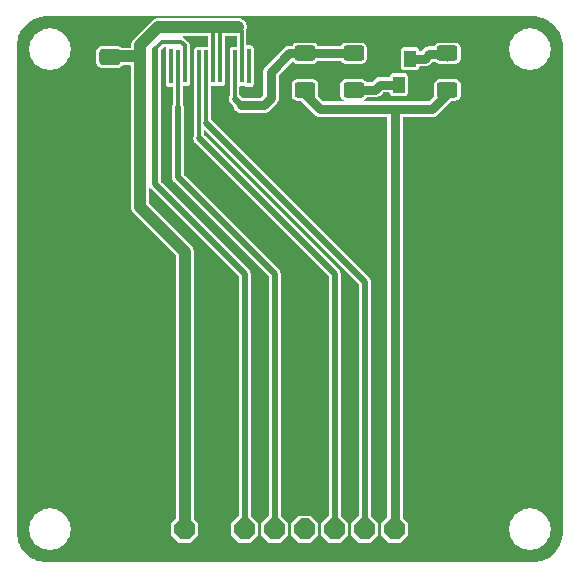
<source format=gbr>
%TF.GenerationSoftware,KiCad,Pcbnew,9.0.5*%
%TF.CreationDate,2025-10-17T16:28:27+07:00*%
%TF.ProjectId,Nokia 1202 breakout,4e6f6b69-6120-4313-9230-322062726561,rev?*%
%TF.SameCoordinates,Original*%
%TF.FileFunction,Copper,L1,Top*%
%TF.FilePolarity,Positive*%
%FSLAX46Y46*%
G04 Gerber Fmt 4.6, Leading zero omitted, Abs format (unit mm)*
G04 Created by KiCad (PCBNEW 9.0.5) date 2025-10-17 16:28:27*
%MOMM*%
%LPD*%
G01*
G04 APERTURE LIST*
G04 Aperture macros list*
%AMRoundRect*
0 Rectangle with rounded corners*
0 $1 Rounding radius*
0 $2 $3 $4 $5 $6 $7 $8 $9 X,Y pos of 4 corners*
0 Add a 4 corners polygon primitive as box body*
4,1,4,$2,$3,$4,$5,$6,$7,$8,$9,$2,$3,0*
0 Add four circle primitives for the rounded corners*
1,1,$1+$1,$2,$3*
1,1,$1+$1,$4,$5*
1,1,$1+$1,$6,$7*
1,1,$1+$1,$8,$9*
0 Add four rect primitives between the rounded corners*
20,1,$1+$1,$2,$3,$4,$5,0*
20,1,$1+$1,$4,$5,$6,$7,0*
20,1,$1+$1,$6,$7,$8,$9,0*
20,1,$1+$1,$8,$9,$2,$3,0*%
%AMOutline5P*
0 Free polygon, 5 corners , with rotation*
0 The origin of the aperture is its center*
0 number of corners: always 5*
0 $1 to $10 corner X, Y*
0 $11 Rotation angle, in degrees counterclockwise*
0 create outline with 5 corners*
4,1,5,$1,$2,$3,$4,$5,$6,$7,$8,$9,$10,$1,$2,$11*%
%AMOutline6P*
0 Free polygon, 6 corners , with rotation*
0 The origin of the aperture is its center*
0 number of corners: always 6*
0 $1 to $12 corner X, Y*
0 $13 Rotation angle, in degrees counterclockwise*
0 create outline with 6 corners*
4,1,6,$1,$2,$3,$4,$5,$6,$7,$8,$9,$10,$11,$12,$1,$2,$13*%
%AMOutline7P*
0 Free polygon, 7 corners , with rotation*
0 The origin of the aperture is its center*
0 number of corners: always 7*
0 $1 to $14 corner X, Y*
0 $15 Rotation angle, in degrees counterclockwise*
0 create outline with 7 corners*
4,1,7,$1,$2,$3,$4,$5,$6,$7,$8,$9,$10,$11,$12,$13,$14,$1,$2,$15*%
%AMOutline8P*
0 Free polygon, 8 corners , with rotation*
0 The origin of the aperture is its center*
0 number of corners: always 8*
0 $1 to $16 corner X, Y*
0 $17 Rotation angle, in degrees counterclockwise*
0 create outline with 8 corners*
4,1,8,$1,$2,$3,$4,$5,$6,$7,$8,$9,$10,$11,$12,$13,$14,$15,$16,$1,$2,$17*%
G04 Aperture macros list end*
%TA.AperFunction,SMDPad,CuDef*%
%ADD10RoundRect,0.250000X-0.650000X0.412500X-0.650000X-0.412500X0.650000X-0.412500X0.650000X0.412500X0*%
%TD*%
%TA.AperFunction,SMDPad,CuDef*%
%ADD11RoundRect,0.250000X-0.625000X0.400000X-0.625000X-0.400000X0.625000X-0.400000X0.625000X0.400000X0*%
%TD*%
%TA.AperFunction,ComponentPad*%
%ADD12Outline8P,-0.889000X0.368236X-0.368236X0.889000X0.368236X0.889000X0.889000X0.368236X0.889000X-0.368236X0.368236X-0.889000X-0.368236X-0.889000X-0.889000X-0.368236X90.000000*%
%TD*%
%TA.AperFunction,SMDPad,CuDef*%
%ADD13R,0.320000X3.000000*%
%TD*%
%TA.AperFunction,SMDPad,CuDef*%
%ADD14R,0.320000X2.800000*%
%TD*%
%TA.AperFunction,SMDPad,CuDef*%
%ADD15R,1.000000X1.400000*%
%TD*%
%TA.AperFunction,ViaPad*%
%ADD16C,0.904800*%
%TD*%
%TA.AperFunction,Conductor*%
%ADD17C,0.500000*%
%TD*%
%TA.AperFunction,Conductor*%
%ADD18C,1.000000*%
%TD*%
%TA.AperFunction,Conductor*%
%ADD19C,0.300000*%
%TD*%
%TA.AperFunction,Conductor*%
%ADD20C,0.800000*%
%TD*%
%TA.AperFunction,Conductor*%
%ADD21C,0.254000*%
%TD*%
G04 APERTURE END LIST*
D10*
%TO.P,C1,1*%
%TO.N,+3V3*%
X133271100Y-85337350D03*
%TO.P,C1,2*%
%TO.N,GND*%
X133271100Y-88462350D03*
%TD*%
D11*
%TO.P,R1,1*%
%TO.N,N$8*%
X149781100Y-85032350D03*
%TO.P,R1,2*%
%TO.N,BL*%
X149781100Y-88132350D03*
%TD*%
%TO.P,R2,1*%
%TO.N,N$8*%
X153908600Y-85032350D03*
%TO.P,R2,2*%
%TO.N,N$10*%
X153908600Y-88132350D03*
%TD*%
%TO.P,R3,1*%
%TO.N,N$9*%
X161846100Y-85032350D03*
%TO.P,R3,2*%
%TO.N,BL*%
X161846100Y-88132350D03*
%TD*%
D12*
%TO.P,JP1,1*%
%TO.N,+3V3*%
X139621100Y-125317350D03*
%TO.P,JP1,2*%
%TO.N,GND*%
X142161100Y-125317350D03*
%TO.P,JP1,3*%
%TO.N,N$1*%
X144701100Y-125317350D03*
%TO.P,JP1,4*%
%TO.N,N$2*%
X147241100Y-125317350D03*
%TO.P,JP1,5*%
%TO.N,N/C*%
X149781100Y-125317350D03*
%TO.P,JP1,6*%
%TO.N,MOSI*%
X152321100Y-125317350D03*
%TO.P,JP1,7*%
%TO.N,SCLK*%
X154861100Y-125317350D03*
%TO.P,JP1,8*%
%TO.N,BL*%
X157401100Y-125317350D03*
%TD*%
D13*
%TO.P,LCD0,0*%
%TO.N,N/C*%
X138421100Y-86128350D03*
D14*
%TO.P,LCD0,1*%
%TO.N,N$2*%
X139021100Y-86128350D03*
%TO.P,LCD0,2*%
%TO.N,N$1*%
X139621100Y-86128350D03*
%TO.P,LCD0,3*%
%TO.N,GND*%
X140221100Y-86128350D03*
%TO.P,LCD0,4*%
%TO.N,MOSI*%
X140821100Y-86128350D03*
%TO.P,LCD0,5*%
%TO.N,SCLK*%
X141421100Y-86128350D03*
%TO.P,LCD0,6*%
%TO.N,+3V3*%
X142021100Y-86128350D03*
%TO.P,LCD0,7*%
X142621100Y-86128350D03*
%TO.P,LCD0,8*%
%TO.N,GND*%
X143221100Y-86128350D03*
%TO.P,LCD0,9*%
%TO.N,N$8*%
X143821100Y-86128350D03*
%TO.P,LCD0,10*%
%TO.N,+3V3*%
X144421100Y-86128350D03*
D13*
%TO.P,LCD0,11*%
%TO.N,N/C*%
X145021100Y-86128350D03*
%TD*%
D15*
%TO.P,Q1,1*%
%TO.N,N$9*%
X158668600Y-85482350D03*
%TO.P,Q1,2*%
%TO.N,GND*%
X156768600Y-85482350D03*
%TO.P,Q1,3*%
%TO.N,N$10*%
X157718600Y-87682350D03*
%TD*%
D16*
%TO.N,GND*%
X164703600Y-84359850D03*
X169148600Y-88804850D03*
X169148600Y-121189850D03*
X140573600Y-94519850D03*
X127873600Y-88804850D03*
X143748600Y-90709850D03*
X127873600Y-121189850D03*
X132318600Y-125634850D03*
X164703600Y-125634850D03*
%TD*%
D17*
%TO.N,N$8*%
X143821100Y-88877350D02*
X144383600Y-89439850D01*
D18*
%TO.N,+3V3*%
X135811100Y-84359850D02*
X135811100Y-85883850D01*
X144100000Y-82800000D02*
X137370950Y-82800000D01*
D19*
X144100000Y-82800000D02*
X144421100Y-83121100D01*
D18*
X137370950Y-82800000D02*
X135811100Y-84359850D01*
D19*
X144421100Y-83121100D02*
X144421100Y-86128350D01*
X142621100Y-82821100D02*
X142600000Y-82800000D01*
X142621100Y-86128350D02*
X142621100Y-82821100D01*
X142021100Y-86128350D02*
X142021100Y-82800000D01*
D17*
%TO.N,SCLK*%
X141421100Y-90922350D02*
X154861100Y-104362350D01*
D19*
X141421100Y-90922350D02*
X141421100Y-86128350D01*
D17*
X154861100Y-104362350D02*
X154861100Y-125317350D01*
%TO.N,MOSI*%
X140821100Y-92227350D02*
X152321100Y-103727350D01*
X152321100Y-103727350D02*
X152321100Y-125317350D01*
D19*
X140821100Y-92227350D02*
X140821100Y-86128350D01*
%TO.N,N$2*%
X139021100Y-86128350D02*
X139021100Y-89600000D01*
D17*
X139021100Y-89600000D02*
X139021100Y-95507350D01*
X139021100Y-95507350D02*
X147241100Y-103727350D01*
X147241100Y-103727350D02*
X147241100Y-125317350D01*
D19*
%TO.N,N$1*%
X137081100Y-84677350D02*
X137716100Y-84042350D01*
D17*
%TO.N,+3V3*%
X133308450Y-85300000D02*
X133271100Y-85337350D01*
D18*
X135811100Y-85300000D02*
X133308450Y-85300000D01*
X135811100Y-85883850D02*
X135811100Y-85300000D01*
D20*
%TO.N,N$9*%
X161778450Y-85100000D02*
X161846100Y-85032350D01*
X159917650Y-85482350D02*
X160300000Y-85100000D01*
X160300000Y-85100000D02*
X161778450Y-85100000D01*
X158668600Y-85482350D02*
X159917650Y-85482350D01*
%TO.N,N$10*%
X155700000Y-88100000D02*
X156117650Y-87682350D01*
X156117650Y-87682350D02*
X157718600Y-87682350D01*
X153908600Y-88132350D02*
X153940950Y-88100000D01*
X153940950Y-88100000D02*
X155700000Y-88100000D01*
%TO.N,N$8*%
X146923600Y-88804850D02*
X146288600Y-89439850D01*
X146923600Y-86582350D02*
X146923600Y-88804850D01*
X148473600Y-85032350D02*
X146923600Y-86582350D01*
X146288600Y-89439850D02*
X144383600Y-89439850D01*
X153908600Y-85032350D02*
X148473600Y-85032350D01*
D21*
%TO.N,N$9*%
X161846100Y-85032350D02*
X161846100Y-85566350D01*
%TO.N,N$10*%
X153908600Y-87598350D02*
X153908600Y-88132350D01*
D18*
%TO.N,+3V3*%
X139621100Y-125317350D02*
X139621100Y-101822350D01*
X135811100Y-98012350D02*
X135811100Y-85883850D01*
X139621100Y-101822350D02*
X135811100Y-98012350D01*
D20*
%TO.N,BL*%
X160576100Y-89757350D02*
X158988600Y-89757350D01*
D21*
X149781100Y-88487350D02*
X149781100Y-87598350D01*
D20*
X157401100Y-89757350D02*
X158988600Y-89757350D01*
D21*
X161846100Y-87598350D02*
X161846100Y-88487350D01*
D20*
X157401100Y-125317350D02*
X157401100Y-89757350D01*
X151051100Y-89757350D02*
X149781100Y-88487350D01*
X161846100Y-88487350D02*
X160576100Y-89757350D01*
X157401100Y-89757350D02*
X151051100Y-89757350D01*
D19*
%TO.N,N$8*%
X143821100Y-88877350D02*
X143821100Y-86128350D01*
%TO.N,N$1*%
X137716100Y-84042350D02*
X139303600Y-84042350D01*
D17*
X144701100Y-103727350D02*
X144701100Y-125317350D01*
D19*
X139621100Y-84359850D02*
X139621100Y-86128350D01*
X139303600Y-84042350D02*
X139621100Y-84359850D01*
D17*
X137081100Y-84677350D02*
X137081100Y-96107350D01*
X137081100Y-96107350D02*
X144701100Y-103727350D01*
%TD*%
%TA.AperFunction,Conductor*%
%TO.N,GND*%
G36*
X169035345Y-81882948D02*
G01*
X169319475Y-81898904D01*
X169326432Y-81899688D01*
X169605263Y-81947063D01*
X169612076Y-81948618D01*
X169883848Y-82026913D01*
X169890432Y-82029216D01*
X170151749Y-82137456D01*
X170158049Y-82140490D01*
X170290950Y-82213941D01*
X170405575Y-82277291D01*
X170411509Y-82281020D01*
X170642164Y-82444675D01*
X170647640Y-82449042D01*
X170794095Y-82579920D01*
X170858518Y-82637491D01*
X170863474Y-82642447D01*
X171051923Y-82853318D01*
X171056293Y-82858797D01*
X171219954Y-83089449D01*
X171223683Y-83095384D01*
X171360485Y-83342900D01*
X171363526Y-83349214D01*
X171471758Y-83610499D01*
X171474073Y-83617115D01*
X171552368Y-83888867D01*
X171553928Y-83895700D01*
X171601305Y-84174515D01*
X171602090Y-84181479D01*
X171618002Y-84464715D01*
X171618100Y-84468221D01*
X171618100Y-125538087D01*
X171618002Y-125541593D01*
X171602040Y-125825714D01*
X171601255Y-125832678D01*
X171553879Y-126111488D01*
X171552319Y-126118321D01*
X171474026Y-126390068D01*
X171471711Y-126396684D01*
X171363481Y-126657963D01*
X171360440Y-126664277D01*
X171223641Y-126911789D01*
X171219912Y-126917724D01*
X171056254Y-127148371D01*
X171051884Y-127153850D01*
X170863439Y-127364717D01*
X170858483Y-127369673D01*
X170647613Y-127558115D01*
X170642133Y-127562485D01*
X170411482Y-127726137D01*
X170405548Y-127729866D01*
X170158031Y-127866662D01*
X170151717Y-127869703D01*
X169890434Y-127977929D01*
X169883818Y-127980243D01*
X169612075Y-128058530D01*
X169605242Y-128060090D01*
X169326431Y-128107461D01*
X169319467Y-128108246D01*
X169185420Y-128115774D01*
X169034441Y-128124252D01*
X169030963Y-128124350D01*
X127970359Y-128124350D01*
X127966855Y-128124252D01*
X127943902Y-128122962D01*
X127682727Y-128108295D01*
X127675763Y-128107510D01*
X127396946Y-128060138D01*
X127390113Y-128058578D01*
X127118364Y-127980290D01*
X127111757Y-127977979D01*
X126850457Y-127869747D01*
X126844146Y-127866707D01*
X126596624Y-127729908D01*
X126590690Y-127726179D01*
X126360035Y-127562524D01*
X126354555Y-127558154D01*
X126354511Y-127558115D01*
X126143678Y-127369705D01*
X126138725Y-127364752D01*
X125950276Y-127153881D01*
X125945906Y-127148402D01*
X125782245Y-126917750D01*
X125778516Y-126911815D01*
X125766842Y-126890694D01*
X125641710Y-126664292D01*
X125638673Y-126657985D01*
X125629677Y-126636267D01*
X125530435Y-126396684D01*
X125528129Y-126390094D01*
X125449828Y-126118321D01*
X125448271Y-126111499D01*
X125448269Y-126111488D01*
X125400893Y-125832678D01*
X125400109Y-125825719D01*
X125390776Y-125659588D01*
X125384198Y-125542483D01*
X125384100Y-125538978D01*
X125384100Y-125202611D01*
X126440600Y-125202611D01*
X126440600Y-125432088D01*
X126470552Y-125659590D01*
X126470552Y-125659592D01*
X126529940Y-125881231D01*
X126617753Y-126093232D01*
X126617759Y-126093244D01*
X126632244Y-126118332D01*
X126732489Y-126291962D01*
X126872181Y-126474011D01*
X127034439Y-126636269D01*
X127216488Y-126775961D01*
X127415212Y-126890694D01*
X127627213Y-126978508D01*
X127848862Y-127037898D01*
X128076366Y-127067850D01*
X128076372Y-127067850D01*
X128305828Y-127067850D01*
X128305834Y-127067850D01*
X128533338Y-127037898D01*
X128754987Y-126978508D01*
X128966988Y-126890694D01*
X129165712Y-126775961D01*
X129347761Y-126636269D01*
X129510019Y-126474011D01*
X129649711Y-126291962D01*
X129764444Y-126093238D01*
X129852258Y-125881237D01*
X129911648Y-125659588D01*
X129941600Y-125432084D01*
X129941600Y-125202616D01*
X129911648Y-124975112D01*
X129852258Y-124753463D01*
X129764444Y-124541462D01*
X129649711Y-124342738D01*
X129510019Y-124160689D01*
X129347761Y-123998431D01*
X129165712Y-123858739D01*
X129149416Y-123849330D01*
X128966994Y-123744009D01*
X128966982Y-123744003D01*
X128857863Y-123698804D01*
X128754987Y-123656192D01*
X128754983Y-123656191D01*
X128754981Y-123656190D01*
X128754982Y-123656190D01*
X128533341Y-123596802D01*
X128305838Y-123566850D01*
X128305834Y-123566850D01*
X128076366Y-123566850D01*
X128076361Y-123566850D01*
X127848859Y-123596802D01*
X127848857Y-123596802D01*
X127627218Y-123656190D01*
X127415217Y-123744003D01*
X127415205Y-123744009D01*
X127216494Y-123858735D01*
X127216491Y-123858737D01*
X127216488Y-123858739D01*
X127119923Y-123932836D01*
X127034437Y-123998432D01*
X126872182Y-124160687D01*
X126838413Y-124204696D01*
X126732489Y-124342738D01*
X126732487Y-124342741D01*
X126732485Y-124342744D01*
X126617759Y-124541455D01*
X126617753Y-124541467D01*
X126529940Y-124753468D01*
X126470552Y-124975107D01*
X126470552Y-124975109D01*
X126440600Y-125202611D01*
X125384100Y-125202611D01*
X125384100Y-84562611D01*
X126440600Y-84562611D01*
X126440600Y-84792088D01*
X126470552Y-85019590D01*
X126470552Y-85019592D01*
X126529940Y-85241231D01*
X126617753Y-85453232D01*
X126617756Y-85453238D01*
X126732489Y-85651962D01*
X126872181Y-85834011D01*
X127034439Y-85996269D01*
X127216488Y-86135961D01*
X127415212Y-86250694D01*
X127627213Y-86338508D01*
X127848862Y-86397898D01*
X128076366Y-86427850D01*
X128076372Y-86427850D01*
X128305828Y-86427850D01*
X128305834Y-86427850D01*
X128533338Y-86397898D01*
X128754987Y-86338508D01*
X128966988Y-86250694D01*
X129165712Y-86135961D01*
X129347761Y-85996269D01*
X129510019Y-85834011D01*
X129649711Y-85651962D01*
X129764444Y-85453238D01*
X129852258Y-85241237D01*
X129911648Y-85019588D01*
X129930475Y-84876587D01*
X132116600Y-84876587D01*
X132116600Y-85798096D01*
X132116601Y-85798113D01*
X132123060Y-85858193D01*
X132173756Y-85994113D01*
X132173757Y-85994115D01*
X132173758Y-85994117D01*
X132260696Y-86110254D01*
X132376833Y-86197192D01*
X132512758Y-86247890D01*
X132572845Y-86254350D01*
X133969354Y-86254349D01*
X134029442Y-86247890D01*
X134165367Y-86197192D01*
X134281504Y-86110254D01*
X134304491Y-86079545D01*
X134345629Y-86055136D01*
X134354525Y-86054500D01*
X134994100Y-86054500D01*
X135038294Y-86072806D01*
X135056600Y-86117000D01*
X135056600Y-97935443D01*
X135056599Y-97935469D01*
X135056599Y-98086661D01*
X135056598Y-98086661D01*
X135085594Y-98232426D01*
X135142469Y-98369737D01*
X135142470Y-98369740D01*
X135225040Y-98493315D01*
X135225042Y-98493317D01*
X138848294Y-102116568D01*
X138866600Y-102160762D01*
X138866600Y-124428808D01*
X138848294Y-124473002D01*
X138477600Y-124843696D01*
X138477600Y-124843697D01*
X138477600Y-125791004D01*
X139147447Y-126460850D01*
X140094754Y-126460850D01*
X140764600Y-125791003D01*
X140764600Y-124843696D01*
X140393906Y-124473002D01*
X140375600Y-124428808D01*
X140375600Y-101899759D01*
X140375601Y-101899738D01*
X140375601Y-101748038D01*
X140346605Y-101602271D01*
X140289730Y-101464961D01*
X140262330Y-101423955D01*
X140207159Y-101341384D01*
X140102066Y-101236291D01*
X140099888Y-101234113D01*
X140099877Y-101234103D01*
X136583906Y-97718131D01*
X136565600Y-97673937D01*
X136565600Y-96455540D01*
X136583906Y-96411346D01*
X136628100Y-96393040D01*
X136672294Y-96411346D01*
X136677074Y-96416796D01*
X144178294Y-103918014D01*
X144196600Y-103962208D01*
X144196600Y-124178808D01*
X144178294Y-124223002D01*
X143557600Y-124843696D01*
X143557600Y-124843697D01*
X143557600Y-125791004D01*
X144227447Y-126460850D01*
X145174754Y-126460850D01*
X145844600Y-125791003D01*
X145844600Y-124843696D01*
X145223906Y-124223002D01*
X145205600Y-124178808D01*
X145205600Y-103660932D01*
X145205598Y-103660924D01*
X145171219Y-103532620D01*
X145171216Y-103532614D01*
X145104802Y-103417583D01*
X145104795Y-103417574D01*
X145010870Y-103323650D01*
X137603906Y-95916685D01*
X137585600Y-95872491D01*
X137585600Y-84770787D01*
X137603906Y-84726593D01*
X137865344Y-84465156D01*
X137909538Y-84446850D01*
X137961876Y-84446850D01*
X138006070Y-84465156D01*
X138024376Y-84509350D01*
X138021693Y-84522837D01*
X138022567Y-84523011D01*
X138006600Y-84603282D01*
X138006600Y-87653414D01*
X138006601Y-87653418D01*
X138021365Y-87727649D01*
X138021367Y-87727653D01*
X138077615Y-87811834D01*
X138161797Y-87868083D01*
X138161799Y-87868084D01*
X138236033Y-87882850D01*
X138554100Y-87882849D01*
X138598294Y-87901155D01*
X138616600Y-87945349D01*
X138616600Y-89274867D01*
X138608227Y-89306117D01*
X138550980Y-89405270D01*
X138550979Y-89405274D01*
X138516601Y-89533574D01*
X138516600Y-89533582D01*
X138516600Y-95573767D01*
X138516601Y-95573775D01*
X138550978Y-95702073D01*
X138550983Y-95702086D01*
X138551888Y-95703652D01*
X138551889Y-95703653D01*
X138617400Y-95817121D01*
X146718294Y-103918014D01*
X146736600Y-103962208D01*
X146736600Y-124178808D01*
X146718294Y-124223002D01*
X146097600Y-124843696D01*
X146097600Y-124843697D01*
X146097600Y-125791004D01*
X146767447Y-126460850D01*
X147714754Y-126460850D01*
X148384600Y-125791003D01*
X148384600Y-124843696D01*
X148637600Y-124843696D01*
X148637600Y-124843697D01*
X148637600Y-125791004D01*
X149307447Y-126460850D01*
X150254754Y-126460850D01*
X150924600Y-125791003D01*
X150924600Y-124843696D01*
X150254753Y-124173850D01*
X149307446Y-124173850D01*
X148637600Y-124843696D01*
X148384600Y-124843696D01*
X147763906Y-124223002D01*
X147745600Y-124178808D01*
X147745600Y-103660932D01*
X147745598Y-103660924D01*
X147711219Y-103532620D01*
X147711216Y-103532614D01*
X147644802Y-103417583D01*
X147644795Y-103417574D01*
X147550870Y-103323650D01*
X139543906Y-95316685D01*
X139525600Y-95272491D01*
X139525600Y-89533582D01*
X139525598Y-89533574D01*
X139491220Y-89405274D01*
X139491219Y-89405270D01*
X139433973Y-89306117D01*
X139425600Y-89274867D01*
X139425600Y-87845349D01*
X139443906Y-87801155D01*
X139488097Y-87782849D01*
X139806166Y-87782849D01*
X139880401Y-87768084D01*
X139964584Y-87711834D01*
X140020834Y-87627651D01*
X140035600Y-87553417D01*
X140035599Y-84703284D01*
X140026801Y-84659049D01*
X140025600Y-84646857D01*
X140025600Y-84306598D01*
X140025598Y-84306590D01*
X139998035Y-84203722D01*
X139998031Y-84203713D01*
X139944782Y-84111484D01*
X139944781Y-84111483D01*
X139944780Y-84111481D01*
X139869469Y-84036170D01*
X139712183Y-83878884D01*
X139551974Y-83718674D01*
X139551965Y-83718667D01*
X139469622Y-83671126D01*
X139440502Y-83633176D01*
X139446746Y-83585750D01*
X139484696Y-83556630D01*
X139500872Y-83554500D01*
X141554100Y-83554500D01*
X141598294Y-83572806D01*
X141616600Y-83617000D01*
X141616600Y-84411350D01*
X141598294Y-84455544D01*
X141554100Y-84473850D01*
X141236035Y-84473850D01*
X141236031Y-84473851D01*
X141161801Y-84488615D01*
X141161799Y-84488616D01*
X141155822Y-84492610D01*
X141108905Y-84501941D01*
X141086376Y-84492608D01*
X141080404Y-84488618D01*
X141080399Y-84488615D01*
X141006167Y-84473850D01*
X140636035Y-84473850D01*
X140636031Y-84473851D01*
X140561800Y-84488615D01*
X140561796Y-84488617D01*
X140477615Y-84544865D01*
X140421366Y-84629047D01*
X140421365Y-84629049D01*
X140406600Y-84703282D01*
X140406600Y-87553414D01*
X140406601Y-87553416D01*
X140415399Y-87597648D01*
X140416600Y-87609841D01*
X140416600Y-91902216D01*
X140408227Y-91933465D01*
X140350982Y-92032618D01*
X140350979Y-92032624D01*
X140316602Y-92160924D01*
X140316601Y-92160932D01*
X140316601Y-92293767D01*
X140316602Y-92293775D01*
X140350979Y-92422075D01*
X140350980Y-92422077D01*
X140350981Y-92422079D01*
X140417399Y-92537120D01*
X151798294Y-103918015D01*
X151816600Y-103962209D01*
X151816600Y-124178808D01*
X151798294Y-124223002D01*
X151177600Y-124843696D01*
X151177600Y-124843697D01*
X151177600Y-125791004D01*
X151847447Y-126460850D01*
X152794754Y-126460850D01*
X153464600Y-125791003D01*
X153464600Y-124843696D01*
X152843906Y-124223002D01*
X152825600Y-124178808D01*
X152825600Y-103660932D01*
X152825598Y-103660924D01*
X152791220Y-103532624D01*
X152791219Y-103532620D01*
X152766908Y-103490512D01*
X152724801Y-103417580D01*
X141243906Y-91936685D01*
X141225600Y-91892491D01*
X141225600Y-91591208D01*
X141243906Y-91547014D01*
X141288100Y-91528708D01*
X141332294Y-91547014D01*
X154338294Y-104553014D01*
X154356600Y-104597208D01*
X154356600Y-124178808D01*
X154338294Y-124223002D01*
X153717600Y-124843696D01*
X153717600Y-124843697D01*
X153717600Y-125791004D01*
X154387447Y-126460850D01*
X155334754Y-126460850D01*
X156004600Y-125791003D01*
X156004600Y-124843696D01*
X155383906Y-124223002D01*
X155365600Y-124178808D01*
X155365600Y-104295932D01*
X155365598Y-104295924D01*
X155331219Y-104167620D01*
X155331216Y-104167614D01*
X155264802Y-104052583D01*
X155264795Y-104052574D01*
X155170870Y-103958650D01*
X141843906Y-90631685D01*
X141825600Y-90587491D01*
X141825600Y-87845349D01*
X141843906Y-87801155D01*
X141888097Y-87782849D01*
X142206166Y-87782849D01*
X142280401Y-87768084D01*
X142286374Y-87764092D01*
X142333288Y-87754757D01*
X142355824Y-87764092D01*
X142361799Y-87768084D01*
X142436033Y-87782850D01*
X142806166Y-87782849D01*
X142880401Y-87768084D01*
X142964584Y-87711834D01*
X143020834Y-87627651D01*
X143035600Y-87553417D01*
X143035599Y-84703284D01*
X143026801Y-84659049D01*
X143025600Y-84646857D01*
X143025600Y-83617000D01*
X143043906Y-83572806D01*
X143088100Y-83554500D01*
X143954100Y-83554500D01*
X143998294Y-83572806D01*
X144016600Y-83617000D01*
X144016600Y-84411350D01*
X143998294Y-84455544D01*
X143954100Y-84473850D01*
X143636035Y-84473850D01*
X143636031Y-84473851D01*
X143561800Y-84488615D01*
X143561796Y-84488617D01*
X143477615Y-84544865D01*
X143421366Y-84629047D01*
X143421365Y-84629049D01*
X143406600Y-84703282D01*
X143406600Y-87553414D01*
X143406601Y-87553416D01*
X143415399Y-87597648D01*
X143416600Y-87609841D01*
X143416600Y-88552216D01*
X143408227Y-88583465D01*
X143350982Y-88682618D01*
X143350979Y-88682624D01*
X143316602Y-88810924D01*
X143316601Y-88810932D01*
X143316601Y-88943767D01*
X143316602Y-88943775D01*
X143350979Y-89072075D01*
X143350980Y-89072077D01*
X143350981Y-89072079D01*
X143375688Y-89114873D01*
X143417399Y-89187120D01*
X143714329Y-89484050D01*
X143731434Y-89516051D01*
X143754251Y-89630759D01*
X143803589Y-89749873D01*
X143875216Y-89857069D01*
X143966380Y-89948233D01*
X144073576Y-90019860D01*
X144073577Y-90019860D01*
X144073578Y-90019861D01*
X144192689Y-90069198D01*
X144319137Y-90094350D01*
X146353063Y-90094350D01*
X146479511Y-90069198D01*
X146479512Y-90069197D01*
X146479514Y-90069197D01*
X146502770Y-90059563D01*
X146598622Y-90019861D01*
X146621611Y-90004500D01*
X146705819Y-89948234D01*
X147431984Y-89222069D01*
X147503611Y-89114872D01*
X147552949Y-88995761D01*
X147578100Y-88869312D01*
X147578100Y-88740388D01*
X147578100Y-87684087D01*
X148651600Y-87684087D01*
X148651600Y-88580596D01*
X148651601Y-88580613D01*
X148658060Y-88640692D01*
X148708756Y-88776613D01*
X148708757Y-88776615D01*
X148708758Y-88776617D01*
X148795696Y-88892754D01*
X148911833Y-88979692D01*
X149047758Y-89030390D01*
X149107845Y-89036850D01*
X149379108Y-89036849D01*
X149423302Y-89055155D01*
X150540529Y-90172381D01*
X150540534Y-90172387D01*
X150633880Y-90265733D01*
X150741076Y-90337360D01*
X150741077Y-90337360D01*
X150741078Y-90337361D01*
X150860189Y-90386698D01*
X150986637Y-90411850D01*
X150986638Y-90411850D01*
X151115562Y-90411850D01*
X156684100Y-90411850D01*
X156728294Y-90430156D01*
X156746600Y-90474350D01*
X156746600Y-124328808D01*
X156728294Y-124373002D01*
X156257600Y-124843696D01*
X156257600Y-124843697D01*
X156257600Y-125791004D01*
X156927447Y-126460850D01*
X157874754Y-126460850D01*
X158544600Y-125791003D01*
X158544600Y-125202611D01*
X167080600Y-125202611D01*
X167080600Y-125432088D01*
X167110552Y-125659590D01*
X167110552Y-125659592D01*
X167169940Y-125881231D01*
X167257753Y-126093232D01*
X167257759Y-126093244D01*
X167272244Y-126118332D01*
X167372489Y-126291962D01*
X167512181Y-126474011D01*
X167674439Y-126636269D01*
X167856488Y-126775961D01*
X168055212Y-126890694D01*
X168267213Y-126978508D01*
X168488862Y-127037898D01*
X168716366Y-127067850D01*
X168716372Y-127067850D01*
X168945828Y-127067850D01*
X168945834Y-127067850D01*
X169173338Y-127037898D01*
X169394987Y-126978508D01*
X169606988Y-126890694D01*
X169805712Y-126775961D01*
X169987761Y-126636269D01*
X170150019Y-126474011D01*
X170289711Y-126291962D01*
X170404444Y-126093238D01*
X170492258Y-125881237D01*
X170551648Y-125659588D01*
X170581600Y-125432084D01*
X170581600Y-125202616D01*
X170551648Y-124975112D01*
X170492258Y-124753463D01*
X170404444Y-124541462D01*
X170289711Y-124342738D01*
X170150019Y-124160689D01*
X169987761Y-123998431D01*
X169805712Y-123858739D01*
X169789416Y-123849330D01*
X169606994Y-123744009D01*
X169606982Y-123744003D01*
X169497863Y-123698804D01*
X169394987Y-123656192D01*
X169394983Y-123656191D01*
X169394981Y-123656190D01*
X169394982Y-123656190D01*
X169173341Y-123596802D01*
X168945838Y-123566850D01*
X168945834Y-123566850D01*
X168716366Y-123566850D01*
X168716361Y-123566850D01*
X168488859Y-123596802D01*
X168488857Y-123596802D01*
X168267218Y-123656190D01*
X168055217Y-123744003D01*
X168055205Y-123744009D01*
X167856494Y-123858735D01*
X167856491Y-123858737D01*
X167856488Y-123858739D01*
X167759923Y-123932836D01*
X167674437Y-123998432D01*
X167512182Y-124160687D01*
X167478413Y-124204696D01*
X167372489Y-124342738D01*
X167372487Y-124342741D01*
X167372485Y-124342744D01*
X167257759Y-124541455D01*
X167257753Y-124541467D01*
X167169940Y-124753468D01*
X167110552Y-124975107D01*
X167110552Y-124975109D01*
X167080600Y-125202611D01*
X158544600Y-125202611D01*
X158544600Y-124843696D01*
X158073906Y-124373002D01*
X158055600Y-124328808D01*
X158055600Y-90474350D01*
X158073906Y-90430156D01*
X158118100Y-90411850D01*
X160640563Y-90411850D01*
X160767011Y-90386698D01*
X160886122Y-90337361D01*
X160993320Y-90265733D01*
X161084483Y-90174570D01*
X161084483Y-90174569D01*
X162203896Y-89055154D01*
X162248090Y-89036849D01*
X162519347Y-89036849D01*
X162519354Y-89036849D01*
X162579442Y-89030390D01*
X162715367Y-88979692D01*
X162831504Y-88892754D01*
X162918442Y-88776617D01*
X162969140Y-88640692D01*
X162975600Y-88580605D01*
X162975599Y-87684096D01*
X162969140Y-87624008D01*
X162918442Y-87488083D01*
X162831504Y-87371946D01*
X162715367Y-87285008D01*
X162715365Y-87285007D01*
X162715363Y-87285006D01*
X162579443Y-87234310D01*
X162519362Y-87227850D01*
X162519355Y-87227850D01*
X161945605Y-87227850D01*
X161929429Y-87225720D01*
X161924823Y-87224486D01*
X161896329Y-87216850D01*
X161896325Y-87216850D01*
X161795875Y-87216850D01*
X161795873Y-87216850D01*
X161762765Y-87225721D01*
X161746590Y-87227850D01*
X161172853Y-87227850D01*
X161172836Y-87227851D01*
X161112756Y-87234310D01*
X160976836Y-87285006D01*
X160976831Y-87285009D01*
X160860696Y-87371946D01*
X160773759Y-87488081D01*
X160773756Y-87488086D01*
X160723060Y-87624006D01*
X160716600Y-87684087D01*
X160716600Y-88580596D01*
X160716601Y-88580613D01*
X160723060Y-88640691D01*
X160723474Y-88642444D01*
X160723338Y-88643280D01*
X160723478Y-88644579D01*
X160723121Y-88644617D01*
X160715816Y-88689663D01*
X160706841Y-88701004D01*
X160323303Y-89084544D01*
X160279109Y-89102850D01*
X154794082Y-89102850D01*
X154749888Y-89084544D01*
X154731582Y-89040350D01*
X154749888Y-88996156D01*
X154772239Y-88981791D01*
X154777867Y-88979692D01*
X154894004Y-88892754D01*
X154978750Y-88779544D01*
X155019889Y-88755136D01*
X155028784Y-88754500D01*
X155764463Y-88754500D01*
X155890911Y-88729348D01*
X156010022Y-88680011D01*
X156068867Y-88640692D01*
X156117219Y-88608384D01*
X156370446Y-88355155D01*
X156414640Y-88336850D01*
X156901601Y-88336850D01*
X156945795Y-88355156D01*
X156964101Y-88399350D01*
X156964101Y-88407418D01*
X156978865Y-88481649D01*
X156978867Y-88481653D01*
X157035115Y-88565834D01*
X157119297Y-88622083D01*
X157119299Y-88622084D01*
X157193533Y-88636850D01*
X158243666Y-88636849D01*
X158317901Y-88622084D01*
X158402084Y-88565834D01*
X158458334Y-88481651D01*
X158473100Y-88407417D01*
X158473099Y-86957284D01*
X158458334Y-86883049D01*
X158455856Y-86879340D01*
X158402084Y-86798865D01*
X158317902Y-86742616D01*
X158317900Y-86742615D01*
X158243667Y-86727850D01*
X157193535Y-86727850D01*
X157193531Y-86727851D01*
X157119300Y-86742615D01*
X157119296Y-86742617D01*
X157035115Y-86798865D01*
X156978866Y-86883047D01*
X156978865Y-86883049D01*
X156964100Y-86957282D01*
X156964100Y-86965350D01*
X156945794Y-87009544D01*
X156901600Y-87027850D01*
X156053187Y-87027850D01*
X155926740Y-87053001D01*
X155807626Y-87102339D01*
X155700430Y-87173966D01*
X155700428Y-87173968D01*
X155447203Y-87427194D01*
X155403009Y-87445500D01*
X154980350Y-87445500D01*
X154936156Y-87427194D01*
X154930316Y-87420454D01*
X154894005Y-87371947D01*
X154777868Y-87285009D01*
X154777867Y-87285008D01*
X154777865Y-87285007D01*
X154777863Y-87285006D01*
X154641943Y-87234310D01*
X154581862Y-87227850D01*
X154581855Y-87227850D01*
X154008105Y-87227850D01*
X153991929Y-87225720D01*
X153987323Y-87224486D01*
X153958829Y-87216850D01*
X153958825Y-87216850D01*
X153858375Y-87216850D01*
X153858373Y-87216850D01*
X153825265Y-87225721D01*
X153809090Y-87227850D01*
X153235353Y-87227850D01*
X153235336Y-87227851D01*
X153175256Y-87234310D01*
X153039336Y-87285006D01*
X153039331Y-87285009D01*
X152923196Y-87371946D01*
X152836259Y-87488081D01*
X152836256Y-87488086D01*
X152785560Y-87624006D01*
X152779100Y-87684087D01*
X152779100Y-88580596D01*
X152779101Y-88580613D01*
X152785560Y-88640692D01*
X152836256Y-88776613D01*
X152836257Y-88776615D01*
X152836258Y-88776617D01*
X152923196Y-88892754D01*
X153039333Y-88979692D01*
X153044961Y-88981791D01*
X153079970Y-89014388D01*
X153081677Y-89062193D01*
X153049080Y-89097202D01*
X153023118Y-89102850D01*
X151348090Y-89102850D01*
X151303896Y-89084544D01*
X150920358Y-88701005D01*
X150902052Y-88656811D01*
X150903728Y-88642435D01*
X150904137Y-88640699D01*
X150904140Y-88640692D01*
X150910600Y-88580605D01*
X150910599Y-87684096D01*
X150904140Y-87624008D01*
X150853442Y-87488083D01*
X150766504Y-87371946D01*
X150650367Y-87285008D01*
X150650365Y-87285007D01*
X150650363Y-87285006D01*
X150514443Y-87234310D01*
X150454362Y-87227850D01*
X150454355Y-87227850D01*
X149880605Y-87227850D01*
X149864429Y-87225720D01*
X149859823Y-87224486D01*
X149831329Y-87216850D01*
X149831325Y-87216850D01*
X149730875Y-87216850D01*
X149730873Y-87216850D01*
X149697765Y-87225721D01*
X149681590Y-87227850D01*
X149107853Y-87227850D01*
X149107836Y-87227851D01*
X149047756Y-87234310D01*
X148911836Y-87285006D01*
X148911831Y-87285009D01*
X148795696Y-87371946D01*
X148708759Y-87488081D01*
X148708756Y-87488086D01*
X148658060Y-87624006D01*
X148651600Y-87684087D01*
X147578100Y-87684087D01*
X147578100Y-86879340D01*
X147596405Y-86835147D01*
X148677524Y-85754027D01*
X148721717Y-85735722D01*
X148765911Y-85754028D01*
X148771751Y-85760767D01*
X148795696Y-85792754D01*
X148911833Y-85879692D01*
X149047758Y-85930390D01*
X149107845Y-85936850D01*
X150454354Y-85936849D01*
X150514442Y-85930390D01*
X150650367Y-85879692D01*
X150766504Y-85792754D01*
X150827034Y-85711895D01*
X150868173Y-85687486D01*
X150877068Y-85686850D01*
X152812632Y-85686850D01*
X152856826Y-85705156D01*
X152862666Y-85711895D01*
X152923196Y-85792754D01*
X153039333Y-85879692D01*
X153175258Y-85930390D01*
X153235345Y-85936850D01*
X154581854Y-85936849D01*
X154641942Y-85930390D01*
X154777867Y-85879692D01*
X154894004Y-85792754D01*
X154980942Y-85676617D01*
X155031640Y-85540692D01*
X155038100Y-85480605D01*
X155038099Y-84757282D01*
X157914100Y-84757282D01*
X157914100Y-86207414D01*
X157914101Y-86207418D01*
X157928865Y-86281649D01*
X157928867Y-86281653D01*
X157985115Y-86365834D01*
X158069297Y-86422083D01*
X158069299Y-86422084D01*
X158143533Y-86436850D01*
X159193666Y-86436849D01*
X159267901Y-86422084D01*
X159352084Y-86365834D01*
X159408334Y-86281651D01*
X159423100Y-86207417D01*
X159423100Y-86199350D01*
X159441406Y-86155156D01*
X159485600Y-86136850D01*
X159982113Y-86136850D01*
X160108561Y-86111698D01*
X160227672Y-86062361D01*
X160239437Y-86054500D01*
X160334869Y-85990734D01*
X160552797Y-85772806D01*
X160596991Y-85754500D01*
X160800775Y-85754500D01*
X160844969Y-85772806D01*
X160850801Y-85779535D01*
X160860696Y-85792754D01*
X160976833Y-85879692D01*
X161112758Y-85930390D01*
X161172845Y-85936850D01*
X161746593Y-85936849D01*
X161762769Y-85938978D01*
X161795875Y-85947850D01*
X161795878Y-85947850D01*
X161896322Y-85947850D01*
X161896325Y-85947850D01*
X161929430Y-85938978D01*
X161945607Y-85936849D01*
X162519347Y-85936849D01*
X162519354Y-85936849D01*
X162579442Y-85930390D01*
X162715367Y-85879692D01*
X162831504Y-85792754D01*
X162918442Y-85676617D01*
X162969140Y-85540692D01*
X162975600Y-85480605D01*
X162975599Y-84584096D01*
X162973290Y-84562611D01*
X167080600Y-84562611D01*
X167080600Y-84792088D01*
X167110552Y-85019590D01*
X167110552Y-85019592D01*
X167169940Y-85241231D01*
X167257753Y-85453232D01*
X167257756Y-85453238D01*
X167372489Y-85651962D01*
X167512181Y-85834011D01*
X167674439Y-85996269D01*
X167856488Y-86135961D01*
X168055212Y-86250694D01*
X168267213Y-86338508D01*
X168488862Y-86397898D01*
X168716366Y-86427850D01*
X168716372Y-86427850D01*
X168945828Y-86427850D01*
X168945834Y-86427850D01*
X169173338Y-86397898D01*
X169394987Y-86338508D01*
X169606988Y-86250694D01*
X169805712Y-86135961D01*
X169987761Y-85996269D01*
X170150019Y-85834011D01*
X170289711Y-85651962D01*
X170404444Y-85453238D01*
X170492258Y-85241237D01*
X170551648Y-85019588D01*
X170581600Y-84792084D01*
X170581600Y-84562616D01*
X170551648Y-84335112D01*
X170492258Y-84113463D01*
X170404444Y-83901462D01*
X170289711Y-83702738D01*
X170150019Y-83520689D01*
X169987761Y-83358431D01*
X169805712Y-83218739D01*
X169714878Y-83166296D01*
X169606994Y-83104009D01*
X169606982Y-83104003D01*
X169449333Y-83038703D01*
X169394987Y-83016192D01*
X169394983Y-83016191D01*
X169394981Y-83016190D01*
X169394982Y-83016190D01*
X169173341Y-82956802D01*
X168945838Y-82926850D01*
X168945834Y-82926850D01*
X168716366Y-82926850D01*
X168716361Y-82926850D01*
X168488859Y-82956802D01*
X168488857Y-82956802D01*
X168267218Y-83016190D01*
X168055217Y-83104003D01*
X168055205Y-83104009D01*
X167856494Y-83218735D01*
X167856491Y-83218737D01*
X167856488Y-83218739D01*
X167759923Y-83292836D01*
X167674437Y-83358432D01*
X167512182Y-83520687D01*
X167446586Y-83606173D01*
X167372489Y-83702738D01*
X167372487Y-83702741D01*
X167372485Y-83702744D01*
X167257759Y-83901455D01*
X167257753Y-83901467D01*
X167169940Y-84113468D01*
X167110552Y-84335107D01*
X167110552Y-84335109D01*
X167080600Y-84562611D01*
X162973290Y-84562611D01*
X162969140Y-84524008D01*
X162918442Y-84388083D01*
X162831504Y-84271946D01*
X162715367Y-84185008D01*
X162715365Y-84185007D01*
X162715363Y-84185006D01*
X162579443Y-84134310D01*
X162519355Y-84127850D01*
X161172853Y-84127850D01*
X161172836Y-84127851D01*
X161112756Y-84134310D01*
X160976836Y-84185006D01*
X160976831Y-84185009D01*
X160860696Y-84271946D01*
X160773759Y-84388081D01*
X160773756Y-84388086D01*
X160767507Y-84404842D01*
X160734911Y-84439852D01*
X160708948Y-84445500D01*
X160235537Y-84445500D01*
X160214558Y-84449672D01*
X160214555Y-84449672D01*
X160109090Y-84470650D01*
X160024865Y-84505538D01*
X159989983Y-84519986D01*
X159989975Y-84519990D01*
X159926183Y-84562616D01*
X159882781Y-84591615D01*
X159882779Y-84591617D01*
X159664853Y-84809544D01*
X159620659Y-84827850D01*
X159485599Y-84827850D01*
X159441405Y-84809544D01*
X159423099Y-84765350D01*
X159423099Y-84757285D01*
X159423099Y-84757283D01*
X159408334Y-84683049D01*
X159355037Y-84603285D01*
X159352084Y-84598865D01*
X159267902Y-84542616D01*
X159267900Y-84542615D01*
X159193667Y-84527850D01*
X158143535Y-84527850D01*
X158143531Y-84527851D01*
X158069300Y-84542615D01*
X158069296Y-84542617D01*
X157985115Y-84598865D01*
X157928866Y-84683047D01*
X157928865Y-84683049D01*
X157914100Y-84757282D01*
X155038099Y-84757282D01*
X155038099Y-84584096D01*
X155031640Y-84524008D01*
X154980942Y-84388083D01*
X154894004Y-84271946D01*
X154777867Y-84185008D01*
X154777865Y-84185007D01*
X154777863Y-84185006D01*
X154641943Y-84134310D01*
X154581855Y-84127850D01*
X153235353Y-84127850D01*
X153235336Y-84127851D01*
X153175256Y-84134310D01*
X153039336Y-84185006D01*
X153039331Y-84185009D01*
X152923196Y-84271946D01*
X152862666Y-84352805D01*
X152821527Y-84377214D01*
X152812632Y-84377850D01*
X150877068Y-84377850D01*
X150832874Y-84359544D01*
X150827034Y-84352805D01*
X150796001Y-84311350D01*
X150766504Y-84271946D01*
X150650367Y-84185008D01*
X150650365Y-84185007D01*
X150650363Y-84185006D01*
X150514443Y-84134310D01*
X150454355Y-84127850D01*
X149107853Y-84127850D01*
X149107836Y-84127851D01*
X149047756Y-84134310D01*
X148911836Y-84185006D01*
X148911831Y-84185009D01*
X148795696Y-84271946D01*
X148735166Y-84352805D01*
X148694027Y-84377214D01*
X148685132Y-84377850D01*
X148409137Y-84377850D01*
X148355013Y-84388616D01*
X148282689Y-84403002D01*
X148163576Y-84452339D01*
X148056381Y-84523965D01*
X146415215Y-86165131D01*
X146359918Y-86247890D01*
X146343589Y-86272326D01*
X146294251Y-86391440D01*
X146269100Y-86517886D01*
X146269100Y-88507859D01*
X146250794Y-88552053D01*
X146035803Y-88767044D01*
X145991609Y-88785350D01*
X144468459Y-88785350D01*
X144424265Y-88767044D01*
X144243906Y-88586685D01*
X144225600Y-88542491D01*
X144225600Y-87845349D01*
X144243906Y-87801155D01*
X144288097Y-87782849D01*
X144606166Y-87782849D01*
X144611177Y-87781852D01*
X144658093Y-87791181D01*
X144675336Y-87808422D01*
X144677616Y-87811834D01*
X144761799Y-87868084D01*
X144836033Y-87882850D01*
X145206166Y-87882849D01*
X145280401Y-87868084D01*
X145364584Y-87811834D01*
X145420834Y-87727651D01*
X145435600Y-87653417D01*
X145435599Y-84603284D01*
X145420834Y-84529049D01*
X145417437Y-84523965D01*
X145364584Y-84444865D01*
X145280402Y-84388616D01*
X145280400Y-84388615D01*
X145206167Y-84373850D01*
X144888100Y-84373850D01*
X144843906Y-84355544D01*
X144825600Y-84311350D01*
X144825600Y-83067849D01*
X144825599Y-83067845D01*
X144823282Y-83059197D01*
X144825638Y-83023332D01*
X144824613Y-83023021D01*
X144825505Y-83020079D01*
X144826279Y-83016190D01*
X144854500Y-82874312D01*
X144854500Y-82725688D01*
X144825505Y-82579920D01*
X144768629Y-82442610D01*
X144768627Y-82442608D01*
X144768627Y-82442606D01*
X144686059Y-82319034D01*
X144580965Y-82213940D01*
X144457393Y-82131372D01*
X144457390Y-82131371D01*
X144320078Y-82074494D01*
X144174312Y-82045500D01*
X137448359Y-82045500D01*
X137448339Y-82045499D01*
X137445262Y-82045499D01*
X137296638Y-82045499D01*
X137296636Y-82045499D01*
X137175054Y-82069683D01*
X137175055Y-82069684D01*
X137150870Y-82074494D01*
X137093995Y-82098051D01*
X137093996Y-82098052D01*
X137013557Y-82131371D01*
X136889984Y-82213940D01*
X135225040Y-83878884D01*
X135142471Y-84002457D01*
X135142470Y-84002461D01*
X135109152Y-84082894D01*
X135109153Y-84082895D01*
X135090533Y-84127850D01*
X135085594Y-84139772D01*
X135056599Y-84285538D01*
X135056599Y-84437238D01*
X135056600Y-84437259D01*
X135056600Y-84483000D01*
X135038294Y-84527194D01*
X134994100Y-84545500D01*
X134276997Y-84545500D01*
X134239543Y-84533034D01*
X134165372Y-84477511D01*
X134165363Y-84477506D01*
X134029443Y-84426810D01*
X133969355Y-84420350D01*
X132572853Y-84420350D01*
X132572836Y-84420351D01*
X132512756Y-84426810D01*
X132376836Y-84477506D01*
X132376831Y-84477509D01*
X132260696Y-84564446D01*
X132173759Y-84680581D01*
X132173756Y-84680586D01*
X132123060Y-84816506D01*
X132116600Y-84876587D01*
X129930475Y-84876587D01*
X129941600Y-84792084D01*
X129941600Y-84562616D01*
X129911648Y-84335112D01*
X129852258Y-84113463D01*
X129764444Y-83901462D01*
X129649711Y-83702738D01*
X129510019Y-83520689D01*
X129347761Y-83358431D01*
X129165712Y-83218739D01*
X129074878Y-83166296D01*
X128966994Y-83104009D01*
X128966982Y-83104003D01*
X128809333Y-83038703D01*
X128754987Y-83016192D01*
X128754983Y-83016191D01*
X128754981Y-83016190D01*
X128754982Y-83016190D01*
X128533341Y-82956802D01*
X128305838Y-82926850D01*
X128305834Y-82926850D01*
X128076366Y-82926850D01*
X128076361Y-82926850D01*
X127848859Y-82956802D01*
X127848857Y-82956802D01*
X127627218Y-83016190D01*
X127415217Y-83104003D01*
X127415205Y-83104009D01*
X127216494Y-83218735D01*
X127216491Y-83218737D01*
X127216488Y-83218739D01*
X127119923Y-83292836D01*
X127034437Y-83358432D01*
X126872182Y-83520687D01*
X126806586Y-83606173D01*
X126732489Y-83702738D01*
X126732487Y-83702741D01*
X126732485Y-83702744D01*
X126617759Y-83901455D01*
X126617753Y-83901467D01*
X126529940Y-84113468D01*
X126470552Y-84335107D01*
X126470552Y-84335109D01*
X126440600Y-84562611D01*
X125384100Y-84562611D01*
X125384100Y-84469110D01*
X125384198Y-84465604D01*
X125387246Y-84411350D01*
X125400160Y-84181479D01*
X125400944Y-84174521D01*
X125407777Y-84134310D01*
X125448322Y-83895701D01*
X125449877Y-83888889D01*
X125528179Y-83617115D01*
X125530482Y-83610529D01*
X125638724Y-83349222D01*
X125641752Y-83342935D01*
X125778566Y-83095396D01*
X125782278Y-83089487D01*
X125945948Y-82858823D01*
X125950315Y-82853349D01*
X125950343Y-82853318D01*
X126138771Y-82642470D01*
X126143704Y-82637537D01*
X126354598Y-82449073D01*
X126360060Y-82444718D01*
X126590717Y-82281062D01*
X126596642Y-82277338D01*
X126844179Y-82140531D01*
X126850465Y-82137504D01*
X127111790Y-82029261D01*
X127118362Y-82026962D01*
X127390138Y-81948665D01*
X127396943Y-81947112D01*
X127675774Y-81899737D01*
X127682726Y-81898953D01*
X127967757Y-81882947D01*
X127971237Y-81882850D01*
X127985008Y-81882850D01*
X169017192Y-81882850D01*
X169031841Y-81882850D01*
X169035345Y-81882948D01*
G37*
%TD.AperFunction*%
%TD*%
M02*

</source>
